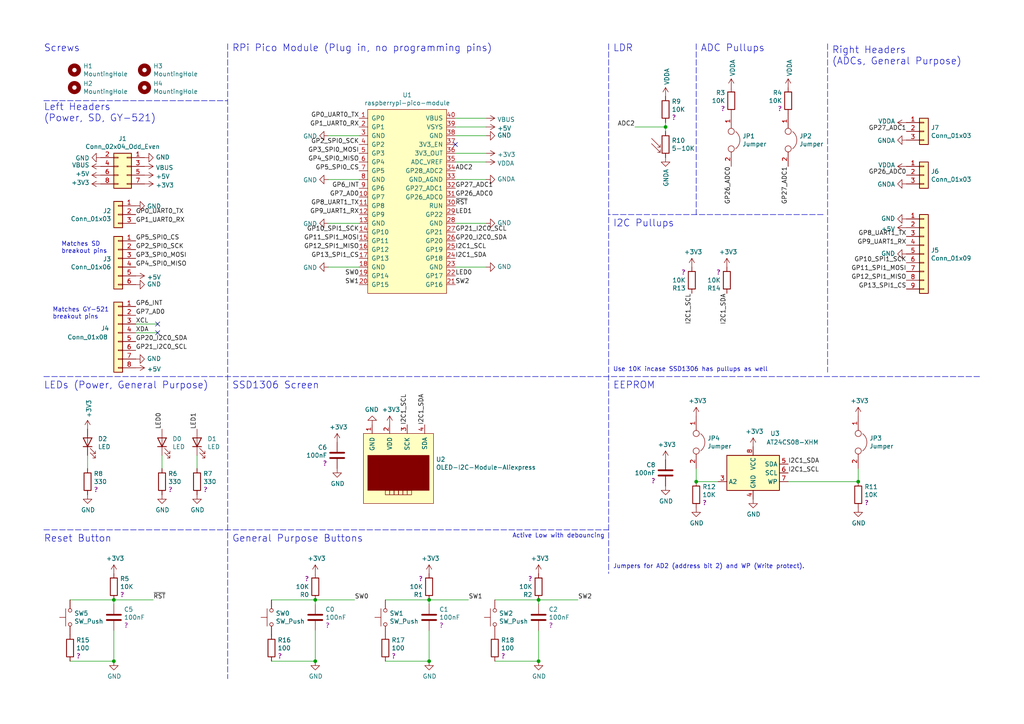
<source format=kicad_sch>
(kicad_sch (version 20211123) (generator eeschema)
  (paper "A4")
  (title_block (title "Kiwikit Pico Baseboard") (date "2021-02-06") (rev "v0.3") (company "https://01001000.xyz") (comment 1 "Hammond Pearce"))
  (lib_symbols
    (symbol "Connector_Generic:Conn_01x03" (pin_names (offset 1.016) hide)
      (property "Reference" "J" (at 0 5.08 0))
      (property "Value" "Conn_01x03" (at 0 -5.08 0))
      (symbol "Conn_01x03_1_1"
        (rectangle (start -1.27 -2.413) (end 0 -2.667) (stroke (width 0.1524)))
        (rectangle (start -1.27 0.127) (end 0 -0.127) (stroke (width 0.1524)))
        (rectangle (start -1.27 2.667) (end 0 2.413) (stroke (width 0.1524)))
        (rectangle (start -1.27 3.81) (end 1.27 -3.81) (stroke (width 0.254)) (fill (type background)))
        (pin passive line (at -5.08 2.54 0) (length 3.81) (name "Pin_1") (number "1"))
        (pin passive line (at -5.08 0 0) (length 3.81) (name "Pin_2") (number "2"))
        (pin passive line (at -5.08 -2.54 0) (length 3.81) (name "Pin_3") (number "3"))
      )
    )
    (symbol "Connector_Generic:Conn_01x06" (pin_names (offset 1.016) hide)
      (property "Reference" "J" (at 0 7.62 0))
      (property "Value" "Conn_01x06" (at 0 -10.16 0))
      (symbol "Conn_01x06_1_1"
        (rectangle (start -1.27 -7.493) (end 0 -7.747) (stroke (width 0.1524)))
        (rectangle (start -1.27 -4.953) (end 0 -5.207) (stroke (width 0.1524)))
        (rectangle (start -1.27 -2.413) (end 0 -2.667) (stroke (width 0.1524)))
        (rectangle (start -1.27 0.127) (end 0 -0.127) (stroke (width 0.1524)))
        (rectangle (start -1.27 2.667) (end 0 2.413) (stroke (width 0.1524)))
        (rectangle (start -1.27 5.207) (end 0 4.953) (stroke (width 0.1524)))
        (rectangle (start -1.27 6.35) (end 1.27 -8.89) (stroke (width 0.254)) (fill (type background)))
        (pin passive line (at -5.08 5.08 0) (length 3.81) (name "Pin_1") (number "1"))
        (pin passive line (at -5.08 2.54 0) (length 3.81) (name "Pin_2") (number "2"))
        (pin passive line (at -5.08 0 0) (length 3.81) (name "Pin_3") (number "3"))
        (pin passive line (at -5.08 -2.54 0) (length 3.81) (name "Pin_4") (number "4"))
        (pin passive line (at -5.08 -5.08 0) (length 3.81) (name "Pin_5") (number "5"))
        (pin passive line (at -5.08 -7.62 0) (length 3.81) (name "Pin_6") (number "6"))
      )
    )
    (symbol "Connector_Generic:Conn_01x08" (pin_names (offset 1.016) hide)
      (property "Reference" "J" (at 0 10.16 0))
      (property "Value" "Conn_01x08" (at 0 -12.7 0))
      (symbol "Conn_01x08_1_1"
        (rectangle (start -1.27 -10.033) (end 0 -10.287) (stroke (width 0.1524)))
        (rectangle (start -1.27 -7.493) (end 0 -7.747) (stroke (width 0.1524)))
        (rectangle (start -1.27 -4.953) (end 0 -5.207) (stroke (width 0.1524)))
        (rectangle (start -1.27 -2.413) (end 0 -2.667) (stroke (width 0.1524)))
        (rectangle (start -1.27 0.127) (end 0 -0.127) (stroke (width 0.1524)))
        (rectangle (start -1.27 2.667) (end 0 2.413) (stroke (width 0.1524)))
        (rectangle (start -1.27 5.207) (end 0 4.953) (stroke (width 0.1524)))
        (rectangle (start -1.27 7.747) (end 0 7.493) (stroke (width 0.1524)))
        (rectangle (start -1.27 8.89) (end 1.27 -11.43) (stroke (width 0.254)) (fill (type background)))
        (pin passive line (at -5.08 7.62 0) (length 3.81) (name "Pin_1") (number "1"))
        (pin passive line (at -5.08 5.08 0) (length 3.81) (name "Pin_2") (number "2"))
        (pin passive line (at -5.08 2.54 0) (length 3.81) (name "Pin_3") (number "3"))
        (pin passive line (at -5.08 0 0) (length 3.81) (name "Pin_4") (number "4"))
        (pin passive line (at -5.08 -2.54 0) (length 3.81) (name "Pin_5") (number "5"))
        (pin passive line (at -5.08 -5.08 0) (length 3.81) (name "Pin_6") (number "6"))
        (pin passive line (at -5.08 -7.62 0) (length 3.81) (name "Pin_7") (number "7"))
        (pin passive line (at -5.08 -10.16 0) (length 3.81) (name "Pin_8") (number "8"))
      )
    )
    (symbol "Connector_Generic:Conn_01x09" (pin_names (offset 1.016) hide)
      (property "Reference" "J" (at 0 12.7 0))
      (property "Value" "Conn_01x09" (at 0 -12.7 0))
      (symbol "Conn_01x09_1_1"
        (rectangle (start -1.27 -10.033) (end 0 -10.287) (stroke (width 0.1524)))
        (rectangle (start -1.27 -7.493) (end 0 -7.747) (stroke (width 0.1524)))
        (rectangle (start -1.27 -4.953) (end 0 -5.207) (stroke (width 0.1524)))
        (rectangle (start -1.27 -2.413) (end 0 -2.667) (stroke (width 0.1524)))
        (rectangle (start -1.27 0.127) (end 0 -0.127) (stroke (width 0.1524)))
        (rectangle (start -1.27 2.667) (end 0 2.413) (stroke (width 0.1524)))
        (rectangle (start -1.27 5.207) (end 0 4.953) (stroke (width 0.1524)))
        (rectangle (start -1.27 7.747) (end 0 7.493) (stroke (width 0.1524)))
        (rectangle (start -1.27 10.287) (end 0 10.033) (stroke (width 0.1524)))
        (rectangle (start -1.27 11.43) (end 1.27 -11.43) (stroke (width 0.254)) (fill (type background)))
        (pin passive line (at -5.08 10.16 0) (length 3.81) (name "Pin_1") (number "1"))
        (pin passive line (at -5.08 7.62 0) (length 3.81) (name "Pin_2") (number "2"))
        (pin passive line (at -5.08 5.08 0) (length 3.81) (name "Pin_3") (number "3"))
        (pin passive line (at -5.08 2.54 0) (length 3.81) (name "Pin_4") (number "4"))
        (pin passive line (at -5.08 0 0) (length 3.81) (name "Pin_5") (number "5"))
        (pin passive line (at -5.08 -2.54 0) (length 3.81) (name "Pin_6") (number "6"))
        (pin passive line (at -5.08 -5.08 0) (length 3.81) (name "Pin_7") (number "7"))
        (pin passive line (at -5.08 -7.62 0) (length 3.81) (name "Pin_8") (number "8"))
        (pin passive line (at -5.08 -10.16 0) (length 3.81) (name "Pin_9") (number "9"))
      )
    )
    (symbol "Connector_Generic:Conn_02x04_Odd_Even" (pin_names (offset 1.016) hide)
      (property "Reference" "J" (at 1.27 5.08 0))
      (property "Value" "Conn_02x04_Odd_Even" (at 1.27 -7.62 0))
      (symbol "Conn_02x04_Odd_Even_1_1"
        (rectangle (start -1.27 -4.953) (end 0 -5.207) (stroke (width 0.1524)))
        (rectangle (start -1.27 -2.413) (end 0 -2.667) (stroke (width 0.1524)))
        (rectangle (start -1.27 0.127) (end 0 -0.127) (stroke (width 0.1524)))
        (rectangle (start -1.27 2.667) (end 0 2.413) (stroke (width 0.1524)))
        (rectangle (start -1.27 3.81) (end 3.81 -6.35) (stroke (width 0.254)) (fill (type background)))
        (rectangle (start 3.81 -4.953) (end 2.54 -5.207) (stroke (width 0.1524)))
        (rectangle (start 3.81 -2.413) (end 2.54 -2.667) (stroke (width 0.1524)))
        (rectangle (start 3.81 0.127) (end 2.54 -0.127) (stroke (width 0.1524)))
        (rectangle (start 3.81 2.667) (end 2.54 2.413) (stroke (width 0.1524)))
        (pin passive line (at -5.08 2.54 0) (length 3.81) (name "Pin_1") (number "1"))
        (pin passive line (at 7.62 2.54 180) (length 3.81) (name "Pin_2") (number "2"))
        (pin passive line (at -5.08 0 0) (length 3.81) (name "Pin_3") (number "3"))
        (pin passive line (at 7.62 0 180) (length 3.81) (name "Pin_4") (number "4"))
        (pin passive line (at -5.08 -2.54 0) (length 3.81) (name "Pin_5") (number "5"))
        (pin passive line (at 7.62 -2.54 180) (length 3.81) (name "Pin_6") (number "6"))
        (pin passive line (at -5.08 -5.08 0) (length 3.81) (name "Pin_7") (number "7"))
        (pin passive line (at 7.62 -5.08 180) (length 3.81) (name "Pin_8") (number "8"))
      )
    )
    (symbol "Device:C" (pin_numbers hide) (pin_names (offset 0.254))
      (property "Reference" "C" (at 0.635 2.54 0))
      (property "Value" "C" (at 0.635 -2.54 0))
      (symbol "C_0_1"
        (polyline (pts (xy -2.032 -0.762) (xy 2.032 -0.762)) (stroke (width 0.508)))
        (polyline (pts (xy -2.032 0.762) (xy 2.032 0.762)) (stroke (width 0.508)))
      )
      (symbol "C_1_1"
        (pin passive line (at 0 3.81 270) (length 2.794) (name "~") (number "1"))
        (pin passive line (at 0 -3.81 90) (length 2.794) (name "~") (number "2"))
      )
    )
    (symbol "Device:LED" (pin_numbers hide) (pin_names (offset 1.016) hide)
      (property "Reference" "D" (at 0 2.54 0))
      (property "Value" "LED" (at 0 -2.54 0))
      (symbol "LED_0_1"
        (polyline (pts (xy -1.27 -1.27) (xy -1.27 1.27)) (stroke (width 0.254)))
        (polyline (pts (xy -1.27 0) (xy 1.27 0)))
        (polyline (pts (xy 1.27 -1.27) (xy 1.27 1.27) (xy -1.27 0) (xy 1.27 -1.27)) (stroke (width 0.254)))
        (polyline (pts (xy -3.048 -0.762) (xy -4.572 -2.286) (xy -3.81 -2.286) (xy -4.572 -2.286) (xy -4.572 -1.524)))
        (polyline (pts (xy -1.778 -0.762) (xy -3.302 -2.286) (xy -2.54 -2.286) (xy -3.302 -2.286) (xy -3.302 -1.524)))
      )
      (symbol "LED_1_1"
        (pin passive line (at -3.81 0 0) (length 2.54) (name "K") (number "1"))
        (pin passive line (at 3.81 0 180) (length 2.54) (name "A") (number "2"))
      )
    )
    (symbol "Device:R" (pin_numbers hide) (pin_names (offset 0))
      (property "Reference" "R" (at 2.032 0 90))
      (property "Value" "R" (at 0 0 90))
      (symbol "R_0_1"
        (rectangle (start -1.016 -2.54) (end 1.016 2.54) (stroke (width 0.254)))
      )
      (symbol "R_1_1"
        (pin passive line (at 0 3.81 270) (length 1.27) (name "~") (number "1"))
        (pin passive line (at 0 -3.81 90) (length 1.27) (name "~") (number "2"))
      )
    )
    (symbol "Mechanical:MountingHole" (pin_names (offset 1.016))
      (property "Reference" "H" (at 0 5.08 0))
      (property "Value" "MountingHole" (at 0 3.175 0))
      (symbol "MountingHole_0_1"
        (circle (center 0 0) (radius 1.27) (stroke (width 1.27)))
      )
    )
    (symbol "Memory_EEPROM:AT24CS08-XHM"
      (property "Reference" "U" (at -7.62 6.35 0))
      (property "Value" "AT24CS08-XHM" (at 2.54 -6.35 0))
      (symbol "AT24CS08-XHM_1_1"
        (rectangle (start -7.62 5.08) (end 7.62 -5.08) (stroke (width 0.254)) (fill (type background)))
        (pin no_connect line (at -7.62 2.54 0) (length 2.54) hide (name "NC") (number "1"))
        (pin no_connect line (at -7.62 0 0) (length 2.54) hide (name "NC") (number "2"))
        (pin input line (at -10.16 -2.54 0) (length 2.54) (name "A2") (number "3"))
        (pin power_in line (at 0 -7.62 90) (length 2.54) (name "GND") (number "4"))
        (pin bidirectional line (at 10.16 2.54 180) (length 2.54) (name "SDA") (number "5"))
        (pin input line (at 10.16 0 180) (length 2.54) (name "SCL") (number "6"))
        (pin input line (at 10.16 -2.54 180) (length 2.54) (name "WP") (number "7"))
        (pin power_in line (at 0 7.62 270) (length 2.54) (name "VCC") (number "8"))
      )
    )
    (symbol "Switch:SW_Push" (pin_numbers hide) (pin_names (offset 1.016) hide)
      (property "Reference" "SW" (at 1.27 2.54 0))
      (property "Value" "SW_Push" (at 0 -1.524 0))
      (symbol "SW_Push_0_1"
        (circle (center -2.032 0) (radius 0.508))
        (polyline (pts (xy 0 1.27) (xy 0 3.048)))
        (polyline (pts (xy 2.54 1.27) (xy -2.54 1.27)))
        (circle (center 2.032 0) (radius 0.508))
        (pin passive line (at -5.08 0 0) (length 2.54) (name "1") (number "1"))
        (pin passive line (at 5.08 0 180) (length 2.54) (name "2") (number "2"))
      )
    )
    (symbol "kiwikit-rpi-pico-rescue:+3.3V-power" (power) (pin_names (offset 0))
      (property "Value" "+3.3V-power" (at 0 3.556 0))
      (symbol "+3.3V-power_0_1"
        (polyline (pts (xy -0.762 1.27) (xy 0 2.54)))
        (polyline (pts (xy 0 0) (xy 0 2.54)))
        (polyline (pts (xy 0 2.54) (xy 0.762 1.27)))
      )
      (symbol "+3.3V-power_1_1"
        (pin power_in line (at 0 0 90) (length 0) hide (name "+3V3") (number "1"))
      )
    )
    (symbol "kiwikit-rpi-pico-rescue:Jumper-Device" (pin_names (offset 0.762) hide)
      (property "Reference" "JP" (at 0 3.81 0))
      (property "Value" "Jumper-Device" (at 0 -2.032 0))
      (symbol "Jumper-Device_0_1"
        (circle (center -2.54 0) (radius 0.889))
        (arc (start 2.5146 1.27) (mid 0.0078 2.5097) (end -2.4892 1.27))
        (circle (center 2.54 0) (radius 0.889))
        (pin passive line (at -7.62 0 0) (length 4.191) (name "1") (number "1"))
        (pin passive line (at 7.62 0 180) (length 4.191) (name "2") (number "2"))
      )
    )
    (symbol "kiwikit-rpi-pico-rescue:OLED-I2C-Module-Aliexpress-kiwih_kicad" (pin_names (offset 1.016))
      (property "Reference" "U" (at 0 -13.97 0))
      (property "Value" "OLED-I2C-Module-Aliexpress-kiwih_kicad" (at 1.27 -16.51 0))
      (symbol "OLED-I2C-Module-Aliexpress-kiwih_kicad_0_1"
        (rectangle (start -10.16 7.62) (end 10.16 -12.7) (fill (type background)))
        (rectangle (start -8.89 1.27) (end 8.89 -8.89) (fill (type outline)))
        (rectangle (start -3.81 -8.89) (end -2.54 -10.16))
        (rectangle (start -2.54 -8.89) (end -1.27 -10.16))
        (rectangle (start -1.27 -8.89) (end 0 -10.16))
        (rectangle (start 0 -8.89) (end 1.27 -10.16))
        (rectangle (start 1.27 -8.89) (end 2.54 -10.16))
        (rectangle (start 2.54 -8.89) (end 3.81 -10.16))
      )
      (symbol "OLED-I2C-Module-Aliexpress-kiwih_kicad_1_1"
        (pin power_in line (at -7.62 10.16 270) (length 2.54) (name "GND") (number "1"))
        (pin power_in line (at -2.54 10.16 270) (length 2.54) (name "VDD") (number "2"))
        (pin passive line (at 2.54 10.16 270) (length 2.54) (name "SCK") (number "3"))
        (pin passive line (at 7.62 10.16 270) (length 2.54) (name "SDA") (number "4"))
      )
    )
    (symbol "kiwikit-rpi-pico-rescue:R_PHOTO-Device" (pin_numbers hide) (pin_names (offset 0))
      (property "Reference" "R" (at 1.27 1.27 0))
      (property "Value" "R_PHOTO-Device" (at 1.27 0 0))
      (symbol "R_PHOTO-Device_0_1"
        (rectangle (start -1.016 2.54) (end 1.016 -2.54) (stroke (width 0.254)))
        (polyline (pts (xy -1.524 -2.286) (xy -4.064 0.254)))
        (polyline (pts (xy -1.524 -2.286) (xy -2.286 -2.286)))
        (polyline (pts (xy -1.524 -2.286) (xy -1.524 -1.524)))
        (polyline (pts (xy -1.524 -0.762) (xy -4.064 1.778)))
        (polyline (pts (xy -1.524 -0.762) (xy -2.286 -0.762)))
        (polyline (pts (xy -1.524 -0.762) (xy -1.524 0)))
      )
      (symbol "R_PHOTO-Device_1_1"
        (pin passive line (at 0 3.81 270) (length 1.27) (name "~") (number "1"))
        (pin passive line (at 0 -3.81 90) (length 1.27) (name "~") (number "2"))
      )
    )
    (symbol "kiwikit-rpi-pico-rescue:raspberrypi-pico-module-kiwih_kicad" (pin_names (offset 1.016))
      (property "Reference" "U" (at 0 27.94 0))
      (property "Value" "raspberrypi-pico-module-kiwih_kicad" (at 0 -27.94 0))
      (symbol "raspberrypi-pico-module-kiwih_kicad_0_1"
        (rectangle (start -11.43 26.67) (end 11.43 -26.67) (fill (type background)))
      )
      (symbol "raspberrypi-pico-module-kiwih_kicad_1_1"
        (pin bidirectional line (at -13.97 24.13 0) (length 2.54) (name "GP0") (number "1"))
        (pin bidirectional line (at -13.97 1.27 0) (length 2.54) (name "GP7") (number "10"))
        (pin bidirectional line (at -13.97 -1.27 0) (length 2.54) (name "GP8") (number "11"))
        (pin bidirectional line (at -13.97 -3.81 0) (length 2.54) (name "GP9") (number "12"))
        (pin power_in line (at -13.97 -6.35 0) (length 2.54) (name "GND") (number "13"))
        (pin bidirectional line (at -13.97 -8.89 0) (length 2.54) (name "GP10") (number "14"))
        (pin bidirectional line (at -13.97 -11.43 0) (length 2.54) (name "GP11") (number "15"))
        (pin bidirectional line (at -13.97 -13.97 0) (length 2.54) (name "GP12") (number "16"))
        (pin bidirectional line (at -13.97 -16.51 0) (length 2.54) (name "GP13") (number "17"))
        (pin power_in line (at -13.97 -19.05 0) (length 2.54) (name "GND") (number "18"))
        (pin bidirectional line (at -13.97 -21.59 0) (length 2.54) (name "GP14") (number "19"))
        (pin bidirectional line (at -13.97 21.59 0) (length 2.54) (name "GP1") (number "2"))
        (pin bidirectional line (at -13.97 -24.13 0) (length 2.54) (name "GP15") (number "20"))
        (pin bidirectional line (at 13.97 -24.13 180) (length 2.54) (name "GP16") (number "21"))
        (pin bidirectional line (at 13.97 -21.59 180) (length 2.54) (name "GP17") (number "22"))
        (pin power_in line (at 13.97 -19.05 180) (length 2.54) (name "GND") (number "23"))
        (pin bidirectional line (at 13.97 -16.51 180) (length 2.54) (name "GP18") (number "24"))
        (pin bidirectional line (at 13.97 -13.97 180) (length 2.54) (name "GP19") (number "25"))
        (pin bidirectional line (at 13.97 -11.43 180) (length 2.54) (name "GP20") (number "26"))
        (pin bidirectional line (at 13.97 -8.89 180) (length 2.54) (name "GP21") (number "27"))
        (pin power_in line (at 13.97 -6.35 180) (length 2.54) (name "GND") (number "28"))
        (pin bidirectional line (at 13.97 -3.81 180) (length 2.54) (name "GP22") (number "29"))
        (pin power_in line (at -13.97 19.05 0) (length 2.54) (name "GND") (number "3"))
        (pin input line (at 13.97 -1.27 180) (length 2.54) (name "RUN") (number "30"))
        (pin bidirectional line (at 13.97 1.27 180) (length 2.54) (name "GP26_ADC0") (number "31"))
        (pin bidirectional line (at 13.97 3.81 180) (length 2.54) (name "GP27_ADC1") (number "32"))
        (pin power_in line (at 13.97 6.35 180) (length 2.54) (name "GND_AGND") (number "33"))
        (pin bidirectional line (at 13.97 8.89 180) (length 2.54) (name "GP28_ADC2") (number "34"))
        (pin power_in line (at 13.97 11.43 180) (length 2.54) (name "ADC_VREF") (number "35"))
        (pin power_out line (at 13.97 13.97 180) (length 2.54) (name "3V3_OUT") (number "36"))
        (pin input line (at 13.97 16.51 180) (length 2.54) (name "3V3_EN") (number "37"))
        (pin power_in line (at 13.97 19.05 180) (length 2.54) (name "GND") (number "38"))
        (pin power_in line (at 13.97 21.59 180) (length 2.54) (name "VSYS") (number "39"))
        (pin bidirectional line (at -13.97 16.51 0) (length 2.54) (name "GP2") (number "4"))
        (pin power_in line (at 13.97 24.13 180) (length 2.54) (name "VBUS") (number "40"))
        (pin bidirectional line (at -13.97 13.97 0) (length 2.54) (name "GP3") (number "5"))
        (pin bidirectional line (at -13.97 11.43 0) (length 2.54) (name "GP4") (number "6"))
        (pin bidirectional line (at -13.97 8.89 0) (length 2.54) (name "GP5") (number "7"))
        (pin power_in line (at -13.97 6.35 0) (length 2.54) (name "GND") (number "8"))
        (pin bidirectional line (at -13.97 3.81 0) (length 2.54) (name "GP6") (number "9"))
      )
    )
    (symbol "power:+3V3" (power) (pin_names (offset 0))
      (property "Value" "+3V3" (at 0 3.556 0))
      (symbol "+3V3_0_1"
        (polyline (pts (xy -0.762 1.27) (xy 0 2.54)))
        (polyline (pts (xy 0 0) (xy 0 2.54)))
        (polyline (pts (xy 0 2.54) (xy 0.762 1.27)))
      )
      (symbol "+3V3_1_1"
        (pin power_in line (at 0 0 90) (length 0) hide (name "+3V3") (number "1"))
      )
    )
    (symbol "power:+5V" (power) (pin_names (offset 0))
      (property "Value" "+5V" (at 0 3.556 0))
      (symbol "+5V_0_1"
        (polyline (pts (xy -0.762 1.27) (xy 0 2.54)))
        (polyline (pts (xy 0 0) (xy 0 2.54)))
        (polyline (pts (xy 0 2.54) (xy 0.762 1.27)))
      )
      (symbol "+5V_1_1"
        (pin power_in line (at 0 0 90) (length 0) hide (name "+5V") (number "1"))
      )
    )
    (symbol "power:GND" (power) (pin_names (offset 0))
      (property "Value" "GND" (at 0 -3.81 0))
      (symbol "GND_0_1"
        (polyline (pts (xy 0 0) (xy 0 -1.27) (xy 1.27 -1.27) (xy 0 -2.54) (xy -1.27 -1.27) (xy 0 -1.27)))
      )
      (symbol "GND_1_1"
        (pin power_in line (at 0 0 270) (length 0) hide (name "GND") (number "1"))
      )
    )
    (symbol "power:GNDA" (power) (pin_names (offset 0))
      (property "Value" "GNDA" (at 0 -3.81 0))
      (symbol "GNDA_0_1"
        (polyline (pts (xy 0 0) (xy 0 -1.27) (xy 1.27 -1.27) (xy 0 -2.54) (xy -1.27 -1.27) (xy 0 -1.27)))
      )
      (symbol "GNDA_1_1"
        (pin power_in line (at 0 0 270) (length 0) hide (name "GNDA") (number "1"))
      )
    )
    (symbol "power:VBUS" (power) (pin_names (offset 0))
      (property "Value" "VBUS" (at 0 3.81 0))
      (symbol "VBUS_0_1"
        (polyline (pts (xy -0.762 1.27) (xy 0 2.54)))
        (polyline (pts (xy 0 0) (xy 0 2.54)))
        (polyline (pts (xy 0 2.54) (xy 0.762 1.27)))
      )
      (symbol "VBUS_1_1"
        (pin power_in line (at 0 0 90) (length 0) hide (name "VBUS") (number "1"))
      )
    )
    (symbol "power:VDDA" (power) (pin_names (offset 0))
      (property "Value" "VDDA" (at 0 3.81 0))
      (symbol "VDDA_0_1"
        (polyline (pts (xy -0.762 1.27) (xy 0 2.54)))
        (polyline (pts (xy 0 0) (xy 0 2.54)))
        (polyline (pts (xy 0 2.54) (xy 0.762 1.27)))
      )
      (symbol "VDDA_1_1"
        (pin power_in line (at 0 0 90) (length 0) hide (name "VDDA") (number "1"))
      )
    )
  )
  (junction (at 124.46 191.77))
  (junction (at 91.44 173.99))
  (junction (at 124.46 173.99))
  (junction (at 33.02 173.99))
  (junction (at 156.21 173.99))
  (junction (at 201.93 139.7))
  (junction (at 156.21 191.77))
  (junction (at 91.44 191.77))
  (junction (at 193.04 36.83))
  (junction (at 248.92 139.7))
  (junction (at 33.02 191.77))
  (no_connect (at 45.72 93.98))
  (no_connect (at 132.08 41.91))
  (no_connect (at 45.72 96.52))
  (wire (pts (xy 132.08 46.99) (xy 140.97 46.99)))
  (wire (pts (xy 39.37 93.98) (xy 45.72 93.98)))
  (wire (pts (xy 95.25 52.07) (xy 104.14 52.07)))
  (wire (pts (xy 124.46 182.88) (xy 124.46 191.77)))
  (wire (pts (xy 95.25 64.77) (xy 104.14 64.77)))
  (wire (pts (xy 156.21 173.99) (xy 167.64 173.99)))
  (wire (pts (xy 193.04 36.83) (xy 193.04 38.1)))
  (wire (pts (xy 111.76 173.99) (xy 124.46 173.99)))
  (wire (pts (xy 140.97 52.07) (xy 132.08 52.07)))
  (wire (pts (xy 91.44 173.99) (xy 91.44 175.26)))
  (wire (pts (xy 156.21 182.88) (xy 156.21 191.77)))
  (wire (pts (xy 57.15 135.89) (xy 57.15 132.08)))
  (polyline (pts (xy 66.04 12.7) (xy 66.04 196.85)))
  (polyline (pts (xy 240.03 12.7) (xy 240.03 107.95)))
  (wire (pts (xy 33.02 173.99) (xy 44.45 173.99)))
  (polyline (pts (xy 201.93 12.7) (xy 201.93 62.23)))
  (wire (pts (xy 33.02 182.88) (xy 33.02 191.77)))
  (wire (pts (xy 228.6 139.7) (xy 248.92 139.7)))
  (polyline (pts (xy 12.7 153.67) (xy 176.53 153.67)))
  (polyline (pts (xy 12.7 109.22) (xy 284.48 109.22)))
  (wire (pts (xy 143.51 173.99) (xy 156.21 173.99)))
  (polyline (pts (xy 238.76 62.23) (xy 176.53 62.23)))
  (polyline (pts (xy 176.53 12.7) (xy 176.53 166.37)))
  (wire (pts (xy 143.51 191.77) (xy 156.21 191.77)))
  (wire (pts (xy 132.08 34.29) (xy 140.97 34.29)))
  (wire (pts (xy 124.46 173.99) (xy 124.46 175.26)))
  (wire (pts (xy 46.99 135.89) (xy 46.99 132.08)))
  (wire (pts (xy 132.08 39.37) (xy 140.97 39.37)))
  (wire (pts (xy 78.74 173.99) (xy 91.44 173.99)))
  (wire (pts (xy 248.92 139.7) (xy 248.92 135.89)))
  (wire (pts (xy 201.93 139.7) (xy 201.93 135.89)))
  (wire (pts (xy 140.97 44.45) (xy 132.08 44.45)))
  (polyline (pts (xy 12.7 29.21) (xy 66.04 29.21)))
  (wire (pts (xy 95.25 77.47) (xy 104.14 77.47)))
  (wire (pts (xy 78.74 191.77) (xy 91.44 191.77)))
  (wire (pts (xy 140.97 64.77) (xy 132.08 64.77)))
  (wire (pts (xy 193.04 35.56) (xy 193.04 36.83)))
  (wire (pts (xy 33.02 173.99) (xy 33.02 175.26)))
  (wire (pts (xy 91.44 182.88) (xy 91.44 191.77)))
  (wire (pts (xy 193.04 36.83) (xy 184.15 36.83)))
  (wire (pts (xy 140.97 36.83) (xy 132.08 36.83)))
  (wire (pts (xy 104.14 39.37) (xy 95.25 39.37)))
  (wire (pts (xy 111.76 191.77) (xy 124.46 191.77)))
  (wire (pts (xy 201.93 139.7) (xy 208.28 139.7)))
  (wire (pts (xy 91.44 173.99) (xy 102.87 173.99)))
  (wire (pts (xy 39.37 96.52) (xy 45.72 96.52)))
  (wire (pts (xy 25.4 135.89) (xy 25.4 132.08)))
  (wire (pts (xy 156.21 173.99) (xy 156.21 175.26)))
  (wire (pts (xy 140.97 77.47) (xy 132.08 77.47)))
  (wire (pts (xy 20.32 173.99) (xy 33.02 173.99)))
  (wire (pts (xy 20.32 191.77) (xy 33.02 191.77)))
  (wire (pts (xy 124.46 173.99) (xy 135.89 173.99)))
  (text "Screws" (at 12.7 15.24 0) (effects (font (size 2.0066 2.0066)) (justify left bottom)))
  (text "LEDs (Power, General Purpose)" (at 12.7 113.03 0) (effects (font (size 2.0066 2.0066)) (justify left bottom)))
  (text "SSD1306 Screen" (at 67.31 113.03 0) (effects (font (size 2.0066 2.0066)) (justify left bottom)))
  (text "Left Headers\n(Power, SD, GY-521)" (at 12.7 35.56 0) (effects (font (size 2.0066 2.0066)) (justify left bottom)))
  (text "I2C Pullups" (at 177.8 66.04 0) (effects (font (size 2.0066 2.0066)) (justify left bottom)))
  (text "Matches SD \nbreakout pins" (at 17.78 73.66 0) (effects (font (size 1.27 1.27)) (justify left bottom)))
  (text "Active Low with debouncing" (at 148.59 156.21 0) (effects (font (size 1.27 1.27)) (justify left bottom)))
  (text "RPi Pico Module (Plug in, no programming pins)" (at 67.31 15.24 0) (effects (font (size 2.0066 2.0066)) (justify left bottom)))
  (text "Matches GY-521\nbreakout pins" (at 15.24 92.71 0) (effects (font (size 1.27 1.27)) (justify left bottom)))
  (text "Right Headers\n(ADCs, General Purpose)" (at 241.3 19.05 0) (effects (font (size 2.0066 2.0066)) (justify left bottom)))
  (text "Use 10K incase SSD1306 has pullups as well" (at 177.8 107.95 0) (effects (font (size 1.27 1.27)) (justify left bottom)))
  (text "EEPROM" (at 177.8 113.03 0) (effects (font (size 2.0066 2.0066)) (justify left bottom)))
  (text "LDR" (at 177.8 15.24 0) (effects (font (size 2.0066 2.0066)) (justify left bottom)))
  (text "ADC Pullups" (at 203.2 15.24 0) (effects (font (size 2.0066 2.0066)) (justify left bottom)))
  (text "Reset Button" (at 12.7 157.48 0) (effects (font (size 2.0066 2.0066)) (justify left bottom)))
  (text "Jumpers for AD2 (address bit 2) and WP (Write protect)." (at 177.8 165.1 0) (effects (font (size 1.27 1.27)) (justify left bottom)))
  (text "General Purpose Buttons" (at 67.31 157.48 0) (effects (font (size 2.0066 2.0066)) (justify left bottom)))
  (label "GP0_UART0_TX" (at 104.14 34.29 180))
  (label "GP3_SPI0_MOSI" (at 39.37 74.93 0))
  (label "SW2" (at 132.08 82.55 0))
  (label "GP12_SPI1_MISO" (at 104.14 72.39 180))
  (label "XDA" (at 39.37 96.52 0))
  (label "GP2_SPI0_SCK" (at 104.14 41.91 180))
  (label "GP10_SPI1_SCK" (at 104.14 67.31 180))
  (label "SW1" (at 104.14 82.55 180))
  (label "GP20_I2C0_SDA" (at 132.08 69.85 0))
  (label "GP6_INT" (at 39.37 88.9 0))
  (label "GP11_SPI1_MOSI" (at 262.89 78.74 180))
  (label "GP4_SPI0_MISO" (at 39.37 77.47 0))
  (label "~{RST}" (at 44.45 173.99 0))
  (label "GP13_SPI1_CS" (at 104.14 74.93 180))
  (label "GP6_INT" (at 104.14 54.61 180))
  (label "XCL" (at 39.37 93.98 0))
  (label "GP27_ADC1" (at 262.89 38.1 180))
  (label "GP7_AD0" (at 39.37 91.44 0))
  (label "GP8_UART1_TX" (at 104.14 59.69 180))
  (label "SW1" (at 135.89 173.99 0))
  (label "I2C1_SCL" (at 132.08 72.39 0))
  (label "SW2" (at 167.64 173.99 0))
  (label "I2C1_SDA" (at 228.6 134.62 0))
  (label "GP9_UART1_RX" (at 262.89 71.12 180))
  (label "GP7_AD0" (at 104.14 57.15 180))
  (label "I2C1_SCL" (at 228.6 137.16 0))
  (label "SW0" (at 102.87 173.99 0))
  (label "GP5_SPI0_CS" (at 104.14 49.53 180))
  (label "I2C1_SDA" (at 132.08 74.93 0))
  (label "LED1" (at 57.15 124.46 90))
  (label "LED1" (at 132.08 62.23 0))
  (label "GP21_I2C0_SCL" (at 132.08 67.31 0))
  (label "GP10_SPI1_SCK" (at 262.89 76.2 180))
  (label "GP13_SPI1_CS" (at 262.89 83.82 180))
  (label "ADC2" (at 132.08 49.53 0))
  (label "GP11_SPI1_MOSI" (at 104.14 69.85 180))
  (label "GP1_UART0_RX" (at 104.14 36.83 180))
  (label "SW0" (at 104.14 80.01 180))
  (label "GP8_UART1_TX" (at 262.89 68.58 180))
  (label "GP27_ADC1" (at 228.6 48.26 270))
  (label "I2C1_SDA" (at 210.82 85.09 270))
  (label "GP0_UART0_TX" (at 39.37 62.23 0))
  (label "LED0" (at 46.99 124.46 90))
  (label "LED0" (at 132.08 80.01 0))
  (label "GP21_I2C0_SCL" (at 39.37 101.6 0))
  (label "GP26_ADC0" (at 212.09 48.26 270))
  (label "ADC2" (at 184.15 36.83 180))
  (label "GP12_SPI1_MISO" (at 262.89 81.28 180))
  (label "GP26_ADC0" (at 132.08 57.15 0))
  (label "GP2_SPI0_SCK" (at 39.37 72.39 0))
  (label "I2C1_SDA" (at 123.19 123.19 90))
  (label "GP27_ADC1" (at 132.08 54.61 0))
  (label "~{RST}" (at 132.08 59.69 0))
  (label "GP26_ADC0" (at 262.89 50.8 180))
  (label "GP9_UART1_RX" (at 104.14 62.23 180))
  (label "GP5_SPI0_CS" (at 39.37 69.85 0))
  (label "I2C1_SCL" (at 118.11 123.19 90))
  (label "GP20_I2C0_SDA" (at 39.37 99.06 0))
  (label "I2C1_SCL" (at 200.66 85.09 270))
  (label "GP3_SPI0_MOSI" (at 104.14 44.45 180))
  (label "GP4_SPI0_MISO" (at 104.14 46.99 180))
  (label "GP1_UART0_RX" (at 39.37 64.77 0))
  (symbol (lib_id "power:VDDA") (at 140.97 46.99 270) (unit 1)
    (property "Reference" "#PWR0101" (effects hide))
    (property "Value" "VDDA" (at 144.2212 47.371 90) (effects (justify left)))
  )
  (symbol (lib_id "power:GND") (at 140.97 39.37 90) (unit 1)
    (property "Reference" "#PWR0102" (effects hide))
    (property "Value" "GND" (at 144.2212 39.243 90) (effects (justify right)))
  )
  (symbol (lib_id "power:GND") (at 95.25 39.37 270) (unit 1)
    (property "Reference" "#PWR0106" (effects hide))
    (property "Value" "GND" (at 91.9988 39.497 90) (effects (justify right)))
  )
  (symbol (lib_id "kiwikit-rpi-pico-rescue:+3.3V-power") (at 140.97 44.45 270) (unit 1)
    (property "Reference" "#PWR0107" (effects hide))
    (property "Value" "+3.3V" (at 144.2212 44.831 90) (effects (justify left)))
  )
  (symbol (lib_id "power:+5V") (at 140.97 36.83 270) (unit 1)
    (property "Reference" "#PWR0108" (effects hide))
    (property "Value" "+5V" (at 144.2212 37.211 90) (effects (justify left)))
  )
  (symbol (lib_id "power:GND") (at 140.97 64.77 90) (unit 1)
    (property "Reference" "#PWR0111" (effects hide))
    (property "Value" "GND" (at 144.2212 64.643 90) (effects (justify right)))
  )
  (symbol (lib_id "power:GNDA") (at 140.97 52.07 90) (unit 1)
    (property "Reference" "#PWR0112" (effects hide))
    (property "Value" "GNDA" (at 144.2212 51.943 90) (effects (justify right)))
  )
  (symbol (lib_id "kiwikit-rpi-pico-rescue:OLED-I2C-Module-Aliexpress-kiwih_kicad") (at 115.57 133.35 0) (unit 1)
    (property "Reference" "U2" (at 126.4412 133.2484 0) (effects (justify left)))
    (property "Value" "OLED-I2C-Module-Aliexpress" (at 126.4412 135.5598 0) (effects (justify left)))
    (property "Footprint" "kiwih_kicad:OLED-I2C-Module-Aliexpress" (effects hide))
  )
  (symbol (lib_id "power:GND") (at 107.95 123.19 180) (unit 1)
    (property "Reference" "#PWR0118" (effects hide))
    (property "Value" "GND" (at 107.823 118.7958 0))
  )
  (symbol (lib_id "power:+3V3") (at 113.03 123.19 0) (unit 1)
    (property "Reference" "#PWR0119" (effects hide))
    (property "Value" "+3V3" (at 113.411 118.7958 0))
  )
  (symbol (lib_id "Device:C") (at 97.79 132.08 0) (unit 1)
    (property "Reference" "C6" (at 94.8944 129.7686 0) (effects (justify right)))
    (property "Value" "100nF" (at 94.8944 132.08 0) (effects (justify right)))
    (property "Footprint" "Capacitor_THT:C_Disc_D4.3mm_W1.9mm_P5.00mm" (effects hide))
    (property "Vendor" "?" (at 94.8944 134.3914 0) (effects (justify right)))
  )
  (symbol (lib_id "power:+3V3") (at 97.79 128.27 0) (unit 1)
    (property "Reference" "#PWR0120" (effects hide))
    (property "Value" "+3V3" (at 98.171 123.8758 0))
  )
  (symbol (lib_id "power:GND") (at 97.79 135.89 0) (unit 1)
    (property "Reference" "#PWR0121" (effects hide))
    (property "Value" "GND" (at 97.917 140.2842 0))
  )
  (symbol (lib_id "Device:C") (at 124.46 179.07 180) (unit 1)
    (property "Reference" "C1" (at 127.381 176.7586 0) (effects (justify right)))
    (property "Value" "100nF" (at 127.381 179.07 0) (effects (justify right)))
    (property "Footprint" "Capacitor_THT:C_Disc_D4.3mm_W1.9mm_P5.00mm" (effects hide))
    (property "Vendor" "?" (at 127.381 181.3814 0) (effects (justify right)))
  )
  (symbol (lib_id "Device:LED") (at 25.4 128.27 90) (unit 1)
    (property "Reference" "D2" (at 28.3972 127.2794 90) (effects (justify right)))
    (property "Value" "LED" (at 28.3972 129.5908 90) (effects (justify right)))
    (property "Footprint" "LED_THT:LED_D4.0mm" (effects hide))
  )
  (symbol (lib_id "Device:R") (at 25.4 139.7 0) (unit 1)
    (property "Reference" "R8" (at 27.178 137.3886 0) (effects (justify left)))
    (property "Value" "330" (at 27.178 139.7 0) (effects (justify left)))
    (property "Footprint" "Resistor_THT:R_Axial_DIN0207_L6.3mm_D2.5mm_P10.16mm_Horizontal" (effects hide))
    (property "Vendor" "?" (at 27.178 142.0114 0) (effects (justify left)))
  )
  (symbol (lib_id "power:GND") (at 25.4 143.51 0) (unit 1)
    (property "Reference" "#PWR0139" (effects hide))
    (property "Value" "GND" (at 25.527 147.9042 0))
  )
  (symbol (lib_id "Device:R") (at 124.46 170.18 180) (unit 1)
    (property "Reference" "R1" (at 122.682 172.4914 0) (effects (justify left)))
    (property "Value" "10K" (at 122.682 170.18 0) (effects (justify left)))
    (property "Footprint" "Resistor_THT:R_Axial_DIN0207_L6.3mm_D2.5mm_P10.16mm_Horizontal" (effects hide))
    (property "Vendor" "?" (at 122.682 167.8686 0) (effects (justify left)))
  )
  (symbol (lib_id "Switch:SW_Push") (at 111.76 179.07 90) (unit 1)
    (property "Reference" "SW1" (at 112.9792 177.9016 90) (effects (justify right)))
    (property "Value" "SW_Push" (at 112.9792 180.213 90) (effects (justify right)))
    (property "Footprint" "Button_Switch_THT:SW_PUSH_6mm_H9.5mm" (effects hide))
  )
  (symbol (lib_id "power:+3V3") (at 124.46 166.37 0) (unit 1)
    (property "Reference" "#PWR0122" (effects hide))
    (property "Value" "+3V3" (at 124.841 161.9758 0))
  )
  (symbol (lib_id "power:GND") (at 124.46 191.77 0) (unit 1)
    (property "Reference" "#PWR0123" (effects hide))
    (property "Value" "GND" (at 124.587 196.1642 0))
  )
  (symbol (lib_id "Device:C") (at 156.21 179.07 180) (unit 1)
    (property "Reference" "C2" (at 159.131 176.7586 0) (effects (justify right)))
    (property "Value" "100nF" (at 159.131 179.07 0) (effects (justify right)))
    (property "Footprint" "Capacitor_THT:C_Disc_D4.3mm_W1.9mm_P5.00mm" (effects hide))
    (property "Vendor" "?" (at 159.131 181.3814 0) (effects (justify right)))
  )
  (symbol (lib_id "Device:R") (at 156.21 170.18 180) (unit 1)
    (property "Reference" "R2" (at 154.432 172.4914 0) (effects (justify left)))
    (property "Value" "10K" (at 154.432 170.18 0) (effects (justify left)))
    (property "Footprint" "Resistor_THT:R_Axial_DIN0207_L6.3mm_D2.5mm_P10.16mm_Horizontal" (effects hide))
    (property "Vendor" "?" (at 154.432 167.8686 0) (effects (justify left)))
  )
  (symbol (lib_id "Switch:SW_Push") (at 143.51 179.07 90) (unit 1)
    (property "Reference" "SW2" (at 144.7292 177.9016 90) (effects (justify right)))
    (property "Value" "SW_Push" (at 144.7292 180.213 90) (effects (justify right)))
    (property "Footprint" "Button_Switch_THT:SW_PUSH_6mm_H9.5mm" (effects hide))
  )
  (symbol (lib_id "power:+3V3") (at 156.21 166.37 0) (unit 1)
    (property "Reference" "#PWR0124" (effects hide))
    (property "Value" "+3V3" (at 156.591 161.9758 0))
  )
  (symbol (lib_id "power:GND") (at 156.21 191.77 0) (unit 1)
    (property "Reference" "#PWR0125" (effects hide))
    (property "Value" "GND" (at 156.337 196.1642 0))
  )
  (symbol (lib_id "power:+3V3") (at 218.44 129.54 0) (unit 1)
    (property "Reference" "#PWR0127" (effects hide))
    (property "Value" "+3V3" (at 218.821 125.1458 0))
  )
  (symbol (lib_id "kiwikit-rpi-pico-rescue:Jumper-Device") (at 248.92 128.27 270) (unit 1)
    (property "Reference" "JP3" (at 252.1458 127.1016 90) (effects (justify left)))
    (property "Value" "Jumper" (at 252.1458 129.413 90) (effects (justify left)))
    (property "Footprint" "Connector_PinHeader_2.54mm:PinHeader_1x02_P2.54mm_Vertical" (effects hide))
  )
  (symbol (lib_id "power:+3V3") (at 248.92 120.65 0) (unit 1)
    (property "Reference" "#PWR0146" (effects hide))
    (property "Value" "+3V3" (at 249.301 116.2558 0))
  )
  (symbol (lib_id "Device:R") (at 248.92 143.51 0) (unit 1)
    (property "Reference" "R11" (at 250.698 141.1986 0) (effects (justify left)))
    (property "Value" "10K" (at 250.698 143.51 0) (effects (justify left)))
    (property "Footprint" "Resistor_THT:R_Axial_DIN0207_L6.3mm_D2.5mm_P10.16mm_Horizontal" (effects hide))
    (property "Vendor" "?" (at 250.698 145.8214 0) (effects (justify left)))
  )
  (symbol (lib_id "power:GND") (at 248.92 147.32 0) (unit 1)
    (property "Reference" "#PWR0147" (effects hide))
    (property "Value" "GND" (at 249.047 151.7142 0))
  )
  (symbol (lib_id "kiwikit-rpi-pico-rescue:Jumper-Device") (at 201.93 128.27 270) (unit 1)
    (property "Reference" "JP4" (at 205.1558 127.1016 90) (effects (justify left)))
    (property "Value" "Jumper" (at 205.1558 129.413 90) (effects (justify left)))
    (property "Footprint" "Connector_PinHeader_2.54mm:PinHeader_1x02_P2.54mm_Vertical" (effects hide))
  )
  (symbol (lib_id "power:+3V3") (at 201.93 120.65 0) (unit 1)
    (property "Reference" "#PWR0148" (effects hide))
    (property "Value" "+3V3" (at 202.311 116.2558 0))
  )
  (symbol (lib_id "Device:R") (at 201.93 143.51 0) (unit 1)
    (property "Reference" "R12" (at 203.708 141.1986 0) (effects (justify left)))
    (property "Value" "10K" (at 203.708 143.51 0) (effects (justify left)))
    (property "Footprint" "Resistor_THT:R_Axial_DIN0207_L6.3mm_D2.5mm_P10.16mm_Horizontal" (effects hide))
    (property "Vendor" "?" (at 203.708 145.8214 0) (effects (justify left)))
  )
  (symbol (lib_id "power:GND") (at 201.93 147.32 0) (unit 1)
    (property "Reference" "#PWR0149" (effects hide))
    (property "Value" "GND" (at 202.057 151.7142 0))
  )
  (symbol (lib_id "Memory_EEPROM:AT24CS08-XHM") (at 218.44 137.16 0) (unit 1)
    (property "Reference" "U3" (at 224.79 125.73 0))
    (property "Value" "AT24CS08-XHM" (at 229.87 128.27 0))
    (property "Footprint" "Package_DIP:DIP-8_W7.62mm" (effects hide))
    (property "Datasheet" "http://ww1.microchip.com/downloads/en/DeviceDoc/Atmel-8766-SEEPROM-AT24CS04-08-Datasheet.pdf" (effects hide))
  )
  (symbol (lib_id "power:VBUS") (at 140.97 34.29 270) (unit 1)
    (property "Reference" "#PWR0140" (effects hide))
    (property "Value" "VBUS" (at 144.2212 34.671 90) (effects (justify left)))
  )
  (symbol (lib_id "Device:C") (at 193.04 137.16 0) (unit 1)
    (property "Reference" "C8" (at 190.1444 134.8486 0) (effects (justify right)))
    (property "Value" "100nF" (at 190.1444 137.16 0) (effects (justify right)))
    (property "Footprint" "Capacitor_THT:C_Disc_D4.3mm_W1.9mm_P5.00mm" (effects hide))
    (property "Vendor" "?" (at 190.1444 139.4714 0) (effects (justify right)))
  )
  (symbol (lib_id "power:GND") (at 193.04 140.97 0) (unit 1)
    (property "Reference" "#PWR0150" (effects hide))
    (property "Value" "GND" (at 193.167 145.3642 0))
  )
  (symbol (lib_id "power:+3V3") (at 193.04 133.35 0) (unit 1)
    (property "Reference" "#PWR0151" (effects hide))
    (property "Value" "+3V3" (at 193.421 128.9558 0))
  )
  (symbol (lib_id "power:GND") (at 218.44 144.78 0) (unit 1)
    (property "Reference" "#PWR0134" (effects hide))
    (property "Value" "GND" (at 218.567 149.1742 0))
  )
  (symbol (lib_id "Device:LED") (at 46.99 128.27 90) (unit 1)
    (property "Reference" "D0" (at 49.9872 127.2794 90) (effects (justify right)))
    (property "Value" "LED" (at 49.9872 129.5908 90) (effects (justify right)))
    (property "Footprint" "LED_THT:LED_D4.0mm" (effects hide))
  )
  (symbol (lib_id "Device:LED") (at 57.15 128.27 90) (unit 1)
    (property "Reference" "D1" (at 60.1472 127.2794 90) (effects (justify right)))
    (property "Value" "LED" (at 60.1472 129.5908 90) (effects (justify right)))
    (property "Footprint" "LED_THT:LED_D4.0mm" (effects hide))
  )
  (symbol (lib_id "Device:R") (at 46.99 139.7 0) (unit 1)
    (property "Reference" "R6" (at 48.768 137.3886 0) (effects (justify left)))
    (property "Value" "330" (at 48.768 139.7 0) (effects (justify left)))
    (property "Footprint" "Resistor_THT:R_Axial_DIN0207_L6.3mm_D2.5mm_P10.16mm_Horizontal" (effects hide))
    (property "Vendor" "?" (at 48.768 142.0114 0) (effects (justify left)))
  )
  (symbol (lib_id "Device:R") (at 57.15 139.7 0) (unit 1)
    (property "Reference" "R7" (at 58.928 137.3886 0) (effects (justify left)))
    (property "Value" "330" (at 58.928 139.7 0) (effects (justify left)))
    (property "Footprint" "Resistor_THT:R_Axial_DIN0207_L6.3mm_D2.5mm_P10.16mm_Horizontal" (effects hide))
    (property "Vendor" "?" (at 58.928 142.0114 0) (effects (justify left)))
  )
  (symbol (lib_id "power:GND") (at 46.99 143.51 0) (unit 1)
    (property "Reference" "#PWR0135" (effects hide))
    (property "Value" "GND" (at 47.117 147.9042 0))
  )
  (symbol (lib_id "power:GND") (at 57.15 143.51 0) (unit 1)
    (property "Reference" "#PWR0136" (effects hide))
    (property "Value" "GND" (at 57.277 147.9042 0))
  )
  (symbol (lib_id "power:+5V") (at 262.89 66.04 90) (mirror x) (unit 1)
    (property "Reference" "#PWR0113" (effects hide))
    (property "Value" "+5V" (at 259.6388 66.421 90) (effects (justify left)))
  )
  (symbol (lib_id "power:GND") (at 262.89 63.5 270) (mirror x) (unit 1)
    (property "Reference" "#PWR0114" (effects hide))
    (property "Value" "GND" (at 259.6388 63.373 90) (effects (justify right)))
  )
  (symbol (lib_id "kiwikit-rpi-pico-rescue:raspberrypi-pico-module-kiwih_kicad") (at 118.11 58.42 0) (unit 1)
    (property "Reference" "U1" (at 118.11 27.559 0))
    (property "Value" "raspberrypi-pico-module" (at 118.11 29.8704 0))
    (property "Footprint" "kiwih_kicad:raspberrypi-pico-module" (effects hide))
  )
  (symbol (lib_id "power:GND") (at 140.97 77.47 90) (unit 1)
    (property "Reference" "#PWR0103" (effects hide))
    (property "Value" "GND" (at 144.2212 77.343 90) (effects (justify right)))
  )
  (symbol (lib_id "power:GND") (at 95.25 77.47 270) (unit 1)
    (property "Reference" "#PWR0104" (effects hide))
    (property "Value" "GND" (at 91.9988 77.597 90) (effects (justify right)))
  )
  (symbol (lib_id "power:GND") (at 95.25 64.77 270) (unit 1)
    (property "Reference" "#PWR0105" (effects hide))
    (property "Value" "GND" (at 91.9988 64.897 90) (effects (justify right)))
  )
  (symbol (lib_id "power:GND") (at 95.25 52.07 270) (unit 1)
    (property "Reference" "#PWR0109" (effects hide))
    (property "Value" "GND" (at 91.9988 52.197 90) (effects (justify right)))
  )
  (symbol (lib_id "Device:C") (at 91.44 179.07 180) (unit 1)
    (property "Reference" "C0" (at 94.361 176.7586 0) (effects (justify right)))
    (property "Value" "100nF" (at 94.361 179.07 0) (effects (justify right)))
    (property "Footprint" "Capacitor_THT:C_Disc_D4.3mm_W1.9mm_P5.00mm" (effects hide))
    (property "Vendor" "?" (at 94.361 181.3814 0) (effects (justify right)))
  )
  (symbol (lib_id "Device:R") (at 91.44 170.18 180) (unit 1)
    (property "Reference" "R0" (at 89.662 172.4914 0) (effects (justify left)))
    (property "Value" "10K" (at 89.662 170.18 0) (effects (justify left)))
    (property "Footprint" "Resistor_THT:R_Axial_DIN0207_L6.3mm_D2.5mm_P10.16mm_Horizontal" (effects hide))
    (property "Vendor" "?" (at 89.662 167.8686 0) (effects (justify left)))
  )
  (symbol (lib_id "Switch:SW_Push") (at 78.74 179.07 90) (unit 1)
    (property "Reference" "SW0" (at 79.9592 177.9016 90) (effects (justify right)))
    (property "Value" "SW_Push" (at 79.9592 180.213 90) (effects (justify right)))
    (property "Footprint" "Button_Switch_THT:SW_PUSH_6mm_H9.5mm" (effects hide))
  )
  (symbol (lib_id "power:+3V3") (at 91.44 166.37 0) (unit 1)
    (property "Reference" "#PWR0110" (effects hide))
    (property "Value" "+3V3" (at 91.821 161.9758 0))
  )
  (symbol (lib_id "power:GND") (at 91.44 191.77 0) (unit 1)
    (property "Reference" "#PWR0115" (effects hide))
    (property "Value" "GND" (at 91.567 196.1642 0))
  )
  (symbol (lib_id "Device:C") (at 33.02 179.07 180) (unit 1)
    (property "Reference" "C5" (at 35.941 176.7586 0) (effects (justify right)))
    (property "Value" "100nF" (at 35.941 179.07 0) (effects (justify right)))
    (property "Footprint" "Capacitor_THT:C_Disc_D4.3mm_W1.9mm_P5.00mm" (effects hide))
    (property "Vendor" "?" (at 35.941 181.3814 0) (effects (justify right)))
  )
  (symbol (lib_id "Device:R") (at 33.02 170.18 0) (unit 1)
    (property "Reference" "R5" (at 34.798 167.8686 0) (effects (justify left)))
    (property "Value" "10K" (at 34.798 170.18 0) (effects (justify left)))
    (property "Footprint" "Resistor_THT:R_Axial_DIN0207_L6.3mm_D2.5mm_P10.16mm_Horizontal" (effects hide))
    (property "Vendor" "?" (at 34.798 172.4914 0) (effects (justify left)))
  )
  (symbol (lib_id "Switch:SW_Push") (at 20.32 179.07 90) (unit 1)
    (property "Reference" "SW5" (at 21.5392 177.9016 90) (effects (justify right)))
    (property "Value" "SW_Push" (at 21.5392 180.213 90) (effects (justify right)))
    (property "Footprint" "Button_Switch_THT:SW_PUSH_6mm_H4.3mm" (effects hide))
  )
  (symbol (lib_id "power:+3V3") (at 33.02 166.37 0) (unit 1)
    (property "Reference" "#PWR0116" (effects hide))
    (property "Value" "+3V3" (at 33.401 161.9758 0))
  )
  (symbol (lib_id "power:GND") (at 33.02 191.77 0) (unit 1)
    (property "Reference" "#PWR0117" (effects hide))
    (property "Value" "GND" (at 33.147 196.1642 0))
  )
  (symbol (lib_id "kiwikit-rpi-pico-rescue:R_PHOTO-Device") (at 193.04 41.91 0) (unit 1)
    (property "Reference" "R10" (at 194.818 40.7416 0) (effects (justify left)))
    (property "Value" "5-10K" (at 194.818 43.053 0) (effects (justify left)))
    (property "Footprint" "OptoDevice:R_LDR_5.0x4.1mm_P3mm_Vertical" (effects hide))
  )
  (symbol (lib_id "Device:R") (at 193.04 31.75 0) (unit 1)
    (property "Reference" "R9" (at 194.818 29.4386 0) (effects (justify left)))
    (property "Value" "10K" (at 194.818 31.75 0) (effects (justify left)))
    (property "Footprint" "Resistor_THT:R_Axial_DIN0207_L6.3mm_D2.5mm_P10.16mm_Horizontal" (effects hide))
    (property "Vendor" "?" (at 194.818 34.0614 0) (effects (justify left)))
  )
  (symbol (lib_id "Connector_Generic:Conn_01x06") (at 34.29 74.93 0) (mirror y) (unit 1)
    (property "Reference" "J3" (at 32.258 75.1332 0) (effects (justify left)))
    (property "Value" "Conn_01x06" (at 32.258 77.4446 0) (effects (justify left)))
    (property "Footprint" "Connector_PinSocket_2.54mm:PinSocket_1x06_P2.54mm_Vertical" (effects hide))
  )
  (symbol (lib_id "power:+5V") (at 39.37 80.01 270) (unit 1)
    (property "Reference" "#PWR0126" (effects hide))
    (property "Value" "+5V" (at 42.6212 80.391 90) (effects (justify left)))
  )
  (symbol (lib_id "power:GND") (at 39.37 82.55 90) (unit 1)
    (property "Reference" "#PWR0128" (effects hide))
    (property "Value" "GND" (at 42.6212 82.423 90) (effects (justify right)))
  )
  (symbol (lib_id "power:VDDA") (at 193.04 27.94 0) (unit 1)
    (property "Reference" "#PWR0155" (effects hide))
    (property "Value" "VDDA" (at 193.421 24.6888 90) (effects (justify left)))
  )
  (symbol (lib_id "power:GNDA") (at 193.04 45.72 0) (unit 1)
    (property "Reference" "#PWR0156" (effects hide))
    (property "Value" "GNDA" (at 193.167 48.9712 90) (effects (justify right)))
  )
  (symbol (lib_id "Connector_Generic:Conn_01x08") (at 34.29 96.52 0) (mirror y) (unit 1)
    (property "Reference" "J4" (at 30.48 95.25 0))
    (property "Value" "Conn_01x08" (at 25.4 97.79 0))
    (property "Footprint" "Connector_PinSocket_2.54mm:PinSocket_1x08_P2.54mm_Vertical" (effects hide))
  )
  (symbol (lib_id "Connector_Generic:Conn_01x03") (at 34.29 62.23 0) (mirror y) (unit 1)
    (property "Reference" "J2" (at 32.258 61.1632 0) (effects (justify left)))
    (property "Value" "Conn_01x03" (at 32.258 63.4746 0) (effects (justify left)))
    (property "Footprint" "Connector_PinHeader_2.54mm:PinHeader_1x03_P2.54mm_Vertical" (effects hide))
  )
  (symbol (lib_id "Device:R") (at 20.32 187.96 0) (unit 1)
    (property "Reference" "R15" (at 22.098 185.6486 0) (effects (justify left)))
    (property "Value" "100" (at 22.098 187.96 0) (effects (justify left)))
    (property "Footprint" "Resistor_THT:R_Axial_DIN0207_L6.3mm_D2.5mm_P10.16mm_Horizontal" (effects hide))
    (property "Vendor" "?" (at 22.098 190.2714 0) (effects (justify left)))
  )
  (symbol (lib_id "power:GND") (at 39.37 59.69 90) (mirror x) (unit 1)
    (property "Reference" "#PWR0129" (effects hide))
    (property "Value" "GND" (at 42.6212 59.817 90) (effects (justify right)))
  )
  (symbol (lib_id "power:GND") (at 39.37 104.14 90) (unit 1)
    (property "Reference" "#PWR0137" (effects hide))
    (property "Value" "GND" (at 42.6212 104.013 90) (effects (justify right)))
  )
  (symbol (lib_id "power:+5V") (at 39.37 106.68 270) (unit 1)
    (property "Reference" "#PWR0138" (effects hide))
    (property "Value" "+5V" (at 42.6212 107.061 90) (effects (justify left)))
  )
  (symbol (lib_id "power:GND") (at 262.89 73.66 270) (mirror x) (unit 1)
    (property "Reference" "#PWR0130" (effects hide))
    (property "Value" "GND" (at 259.6388 73.533 90) (effects (justify right)))
  )
  (symbol (lib_id "power:GND") (at 29.21 45.72 270) (unit 1)
    (property "Reference" "#PWR0131" (effects hide))
    (property "Value" "GND" (at 25.9588 45.847 90) (effects (justify right)))
  )
  (symbol (lib_id "power:GND") (at 41.91 45.72 90) (unit 1)
    (property "Reference" "#PWR0132" (effects hide))
    (property "Value" "GND" (at 45.1612 45.593 90) (effects (justify right)))
  )
  (symbol (lib_id "power:+5V") (at 41.91 50.8 270) (unit 1)
    (property "Reference" "#PWR0133" (effects hide))
    (property "Value" "+5V" (at 45.1612 51.181 90) (effects (justify left)))
  )
  (symbol (lib_id "power:VBUS") (at 41.91 48.26 270) (unit 1)
    (property "Reference" "#PWR0141" (effects hide))
    (property "Value" "VBUS" (at 45.1612 48.641 90) (effects (justify left)))
  )
  (symbol (lib_id "kiwikit-rpi-pico-rescue:+3.3V-power") (at 41.91 53.34 270) (unit 1)
    (property "Reference" "#PWR0142" (effects hide))
    (property "Value" "+3.3V" (at 45.1612 53.721 90) (effects (justify left)))
  )
  (symbol (lib_id "kiwikit-rpi-pico-rescue:+3.3V-power") (at 29.21 53.34 90) (unit 1)
    (property "Reference" "#PWR0143" (effects hide))
    (property "Value" "+3.3V" (at 25.9588 52.959 90) (effects (justify left)))
  )
  (symbol (lib_id "power:+5V") (at 29.21 50.8 90) (unit 1)
    (property "Reference" "#PWR0144" (effects hide))
    (property "Value" "+5V" (at 25.9588 50.419 90) (effects (justify left)))
  )
  (symbol (lib_id "power:VBUS") (at 29.21 48.26 90) (unit 1)
    (property "Reference" "#PWR0145" (effects hide))
    (property "Value" "VBUS" (at 25.9588 47.879 90) (effects (justify left)))
  )
  (symbol (lib_id "Device:R") (at 78.74 187.96 0) (unit 1)
    (property "Reference" "R16" (at 80.518 185.6486 0) (effects (justify left)))
    (property "Value" "100" (at 80.518 187.96 0) (effects (justify left)))
    (property "Footprint" "Resistor_THT:R_Axial_DIN0207_L6.3mm_D2.5mm_P10.16mm_Horizontal" (effects hide))
    (property "Vendor" "?" (at 80.518 190.2714 0) (effects (justify left)))
  )
  (symbol (lib_id "Connector_Generic:Conn_02x04_Odd_Even") (at 36.83 48.26 0) (mirror y) (unit 1)
    (property "Reference" "J1" (at 35.56 40.2082 0))
    (property "Value" "Conn_02x04_Odd_Even" (at 35.56 42.5196 0))
    (property "Footprint" "Connector_PinHeader_2.54mm:PinHeader_2x04_P2.54mm_Vertical" (effects hide))
  )
  (symbol (lib_id "Device:R") (at 111.76 187.96 0) (unit 1)
    (property "Reference" "R17" (at 113.538 185.6486 0) (effects (justify left)))
    (property "Value" "100" (at 113.538 187.96 0) (effects (justify left)))
    (property "Footprint" "Resistor_THT:R_Axial_DIN0207_L6.3mm_D2.5mm_P10.16mm_Horizontal" (effects hide))
    (property "Vendor" "?" (at 113.538 190.2714 0) (effects (justify left)))
  )
  (symbol (lib_id "Device:R") (at 143.51 187.96 0) (unit 1)
    (property "Reference" "R18" (at 145.288 185.6486 0) (effects (justify left)))
    (property "Value" "100" (at 145.288 187.96 0) (effects (justify left)))
    (property "Footprint" "Resistor_THT:R_Axial_DIN0207_L6.3mm_D2.5mm_P10.16mm_Horizontal" (effects hide))
    (property "Vendor" "?" (at 145.288 190.2714 0) (effects (justify left)))
  )
  (symbol (lib_id "kiwikit-rpi-pico-rescue:+3.3V-power") (at 25.4 124.46 0) (unit 1)
    (property "Reference" "#PWR0154" (effects hide))
    (property "Value" "+3.3V" (at 25.781 121.2088 90) (effects (justify left)))
  )
  (symbol (lib_id "Connector_Generic:Conn_01x03") (at 267.97 38.1 0) (unit 1)
    (property "Reference" "J7" (at 270.002 37.0332 0) (effects (justify left)))
    (property "Value" "Conn_01x03" (at 270.002 39.3446 0) (effects (justify left)))
    (property "Footprint" "Connector_PinHeader_2.54mm:PinHeader_1x03_P2.54mm_Vertical" (effects hide))
  )
  (symbol (lib_id "Connector_Generic:Conn_01x03") (at 267.97 50.8 0) (unit 1)
    (property "Reference" "J6" (at 270.002 49.7332 0) (effects (justify left)))
    (property "Value" "Conn_01x03" (at 270.002 52.0446 0) (effects (justify left)))
    (property "Footprint" "Connector_PinHeader_2.54mm:PinHeader_1x03_P2.54mm_Vertical" (effects hide))
  )
  (symbol (lib_id "power:VDDA") (at 262.89 35.56 90) (unit 1)
    (property "Reference" "#PWR0152" (effects hide))
    (property "Value" "VDDA" (at 259.6388 35.179 90) (effects (justify left)))
  )
  (symbol (lib_id "power:VDDA") (at 262.89 48.26 90) (unit 1)
    (property "Reference" "#PWR0153" (effects hide))
    (property "Value" "VDDA" (at 259.6388 47.879 90) (effects (justify left)))
  )
  (symbol (lib_id "power:GNDA") (at 262.89 53.34 270) (unit 1)
    (property "Reference" "#PWR0157" (effects hide))
    (property "Value" "GNDA" (at 259.6388 53.467 90) (effects (justify right)))
  )
  (symbol (lib_id "power:GNDA") (at 262.89 40.64 270) (unit 1)
    (property "Reference" "#PWR0158" (effects hide))
    (property "Value" "GNDA" (at 259.6388 40.767 90) (effects (justify right)))
  )
  (symbol (lib_id "Connector_Generic:Conn_01x09") (at 267.97 73.66 0) (unit 1)
    (property "Reference" "J5" (at 269.9766 72.5932 0) (effects (justify left)))
    (property "Value" "Conn_01x09" (at 269.9766 74.9046 0) (effects (justify left)))
    (property "Footprint" "Connector_PinHeader_2.54mm:PinHeader_1x09_P2.54mm_Vertical" (effects hide))
  )
  (symbol (lib_id "kiwikit-rpi-pico-rescue:Jumper-Device") (at 228.6 40.64 270) (unit 1)
    (property "Reference" "JP2" (at 231.8258 39.4716 90) (effects (justify left)))
    (property "Value" "Jumper" (at 231.8258 41.783 90) (effects (justify left)))
    (property "Footprint" "Connector_PinHeader_2.54mm:PinHeader_1x02_P2.54mm_Vertical" (effects hide))
  )
  (symbol (lib_id "Device:R") (at 228.6 29.21 180) (unit 1)
    (property "Reference" "R4" (at 226.8474 26.8986 0) (effects (justify left)))
    (property "Value" "10K" (at 226.8474 29.21 0) (effects (justify left)))
    (property "Footprint" "Resistor_THT:R_Axial_DIN0207_L6.3mm_D2.5mm_P10.16mm_Horizontal" (effects hide))
    (property "Vendor" "?" (at 226.8474 31.5214 0) (effects (justify left)))
  )
  (symbol (lib_id "power:VDDA") (at 228.6 25.4 0) (unit 1)
    (property "Reference" "#PWR0159" (effects hide))
    (property "Value" "VDDA" (at 228.981 22.1488 90) (effects (justify left)))
  )
  (symbol (lib_id "kiwikit-rpi-pico-rescue:Jumper-Device") (at 212.09 40.64 270) (unit 1)
    (property "Reference" "JP1" (at 215.3158 39.4716 90) (effects (justify left)))
    (property "Value" "Jumper" (at 215.3158 41.783 90) (effects (justify left)))
    (property "Footprint" "Connector_PinHeader_2.54mm:PinHeader_1x02_P2.54mm_Vertical" (effects hide))
  )
  (symbol (lib_id "Device:R") (at 212.09 29.21 180) (unit 1)
    (property "Reference" "R3" (at 210.3374 26.8986 0) (effects (justify left)))
    (property "Value" "10K" (at 210.3374 29.21 0) (effects (justify left)))
    (property "Footprint" "Resistor_THT:R_Axial_DIN0207_L6.3mm_D2.5mm_P10.16mm_Horizontal" (effects hide))
    (property "Vendor" "?" (at 210.3374 31.5214 0) (effects (justify left)))
  )
  (symbol (lib_id "power:VDDA") (at 212.09 25.4 0) (unit 1)
    (property "Reference" "#PWR0160" (effects hide))
    (property "Value" "VDDA" (at 212.471 22.1488 90) (effects (justify left)))
  )
  (symbol (lib_id "Mechanical:MountingHole") (at 21.59 20.32 0) (unit 1)
    (property "Reference" "H1" (at 24.13 19.1516 0) (effects (justify left)))
    (property "Value" "MountingHole" (at 24.13 21.463 0) (effects (justify left)))
    (property "Footprint" "MountingHole:MountingHole_2.2mm_M2" (effects hide))
  )
  (symbol (lib_id "Mechanical:MountingHole") (at 41.91 20.32 0) (unit 1)
    (property "Reference" "H3" (at 44.45 19.1516 0) (effects (justify left)))
    (property "Value" "MountingHole" (at 44.45 21.463 0) (effects (justify left)))
    (property "Footprint" "MountingHole:MountingHole_2.2mm_M2" (effects hide))
  )
  (symbol (lib_id "Mechanical:MountingHole") (at 21.59 25.4 0) (unit 1)
    (property "Reference" "H2" (at 24.13 24.2316 0) (effects (justify left)))
    (property "Value" "MountingHole" (at 24.13 26.543 0) (effects (justify left)))
    (property "Footprint" "MountingHole:MountingHole_2.2mm_M2" (effects hide))
  )
  (symbol (lib_id "Mechanical:MountingHole") (at 41.91 25.4 0) (unit 1)
    (property "Reference" "H4" (at 44.45 24.2316 0) (effects (justify left)))
    (property "Value" "MountingHole" (at 44.45 26.543 0) (effects (justify left)))
    (property "Footprint" "MountingHole:MountingHole_2.2mm_M2" (effects hide))
  )
  (symbol (lib_id "Device:R") (at 200.66 81.28 180) (unit 1)
    (property "Reference" "R13" (at 198.882 83.5914 0) (effects (justify left)))
    (property "Value" "10K" (at 198.882 81.28 0) (effects (justify left)))
    (property "Footprint" "Resistor_THT:R_Axial_DIN0207_L6.3mm_D2.5mm_P10.16mm_Horizontal" (effects hide))
    (property "Vendor" "?" (at 198.882 78.9686 0) (effects (justify left)))
  )
  (symbol (lib_id "Device:R") (at 210.82 81.28 180) (unit 1)
    (property "Reference" "R14" (at 209.042 83.5914 0) (effects (justify left)))
    (property "Value" "10K" (at 209.042 81.28 0) (effects (justify left)))
    (property "Footprint" "Resistor_THT:R_Axial_DIN0207_L6.3mm_D2.5mm_P10.16mm_Horizontal" (effects hide))
    (property "Vendor" "?" (at 209.042 78.9686 0) (effects (justify left)))
  )
  (symbol (lib_id "power:+3V3") (at 200.66 77.47 0) (unit 1)
    (property "Reference" "#PWR0161" (effects hide))
    (property "Value" "+3V3" (at 201.041 73.0758 0))
  )
  (symbol (lib_id "power:+3V3") (at 210.82 77.47 0) (unit 1)
    (property "Reference" "#PWR0162" (effects hide))
    (property "Value" "+3V3" (at 211.201 73.0758 0))
  )
)
</source>
